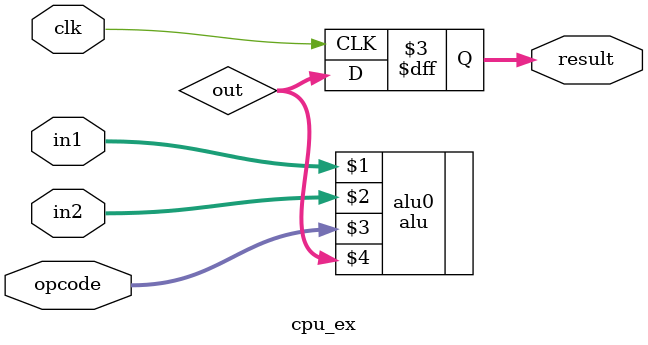
<source format=v>

module cpu_ex(
	input clk,
	input [3:0] opcode,
	input [7:0] in1   ,
	input [7:0] in2   ,
	output reg [7:0] result
);

	wire [7:0] out;
	alu alu0(in1, in2, opcode, out);

	always @(posedge clk) begin
		result = out;
	end

	always @(posedge clk) begin
		$display("EXECUTE: %4d(%4d, %4d) -> %4d", opcode, in1, in2, out);
	end

endmodule

</source>
